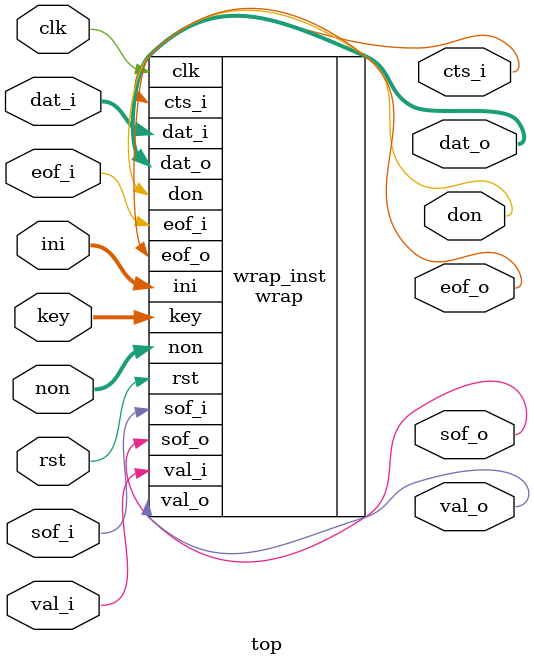
<source format=sv>
module top (
  input  logic         clk  ,
  input  logic         rst  ,
  input  logic [255:0] key  ,
  input  logic [95 :0] non  ,
  input  logic [31 :0] ini  ,
  output logic         don  ,

  input  logic [7:0]   dat_i,
  input  logic         val_i,
  input  logic         sof_i,
  input  logic         eof_i,
  output logic         cts_i,
  // Output data stream
  output logic [7:0]   dat_o,
  output logic         val_o,
  output logic         sof_o,
  output logic         eof_o
);

  wrap wrap_inst (
    .clk   (clk),
    .rst   (rst),
    .key   (key),
    .non   (non),
    .don   (don),
    .ini   (ini),
    .dat_i (dat_i),
    .val_i (val_i),
    .sof_i (sof_i),
    .eof_i (eof_i),
    .cts_i (cts_i),
    .dat_o (dat_o),
    .val_o (val_o),
    .sof_o (sof_o),
    .eof_o (eof_o)
  );

endmodule
</source>
